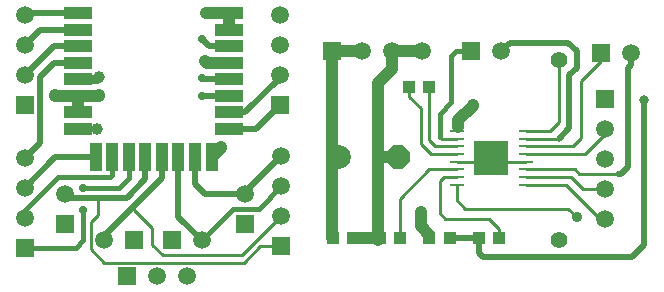
<source format=gtl>
G04 Layer_Physical_Order=1*
G04 Layer_Color=255*
%FSLAX25Y25*%
%MOIN*%
G70*
G01*
G75*
%ADD10R,0.09646X0.03937*%
%ADD11R,0.03937X0.09646*%
%ADD12R,0.04331X0.03937*%
%ADD13R,0.04724X0.00984*%
%ADD14R,0.11811X0.11811*%
%ADD15C,0.04000*%
%ADD16C,0.03000*%
%ADD17C,0.01000*%
%ADD18C,0.01500*%
%ADD19C,0.02000*%
%ADD20C,0.01969*%
%ADD21C,0.03937*%
%ADD22C,0.01575*%
%ADD23C,0.05906*%
%ADD24R,0.05906X0.05906*%
%ADD25R,0.05906X0.05906*%
%ADD26C,0.07874*%
%ADD27P,0.08523X8X202.5*%
%ADD28C,0.05512*%
%ADD29C,0.03937*%
%ADD30C,0.02756*%
%ADD31C,0.03543*%
%ADD32C,0.03150*%
D10*
X26378Y56854D02*
D03*
Y62366D02*
D03*
Y67878D02*
D03*
Y73390D02*
D03*
Y78902D02*
D03*
Y84414D02*
D03*
Y89925D02*
D03*
Y95437D02*
D03*
X76772D02*
D03*
Y89925D02*
D03*
Y84414D02*
D03*
Y78902D02*
D03*
Y73390D02*
D03*
Y67878D02*
D03*
Y62366D02*
D03*
Y56854D02*
D03*
D11*
X32284Y47406D02*
D03*
X37795D02*
D03*
X43307D02*
D03*
X48819D02*
D03*
X54331D02*
D03*
X59843D02*
D03*
X65355D02*
D03*
X70866D02*
D03*
D12*
X111221Y20472D02*
D03*
X117913D02*
D03*
X133661D02*
D03*
X126969D02*
D03*
X143504Y70866D02*
D03*
X136811D02*
D03*
X143504Y20472D02*
D03*
X150197D02*
D03*
X166732D02*
D03*
X160039D02*
D03*
D13*
X175591Y45965D02*
D03*
Y48524D02*
D03*
Y51083D02*
D03*
Y53642D02*
D03*
Y56201D02*
D03*
Y43406D02*
D03*
Y40846D02*
D03*
Y38287D02*
D03*
X152756D02*
D03*
Y40846D02*
D03*
Y43406D02*
D03*
Y56201D02*
D03*
Y53642D02*
D03*
Y51083D02*
D03*
Y48524D02*
D03*
Y45965D02*
D03*
D14*
X164173Y47244D02*
D03*
D15*
X68799Y79429D02*
X69327Y78902D01*
X76772D01*
X18701Y68012D02*
X18834Y67878D01*
X26378D01*
X33233D02*
X33465Y68110D01*
X26378Y67878D02*
X33233D01*
X70866Y47406D02*
X74075Y50614D01*
Y50788D01*
X26378Y62366D02*
Y67878D01*
X76772Y89925D02*
Y95437D01*
X68933D02*
X76772D01*
X68898Y95472D02*
X68933Y95437D01*
D16*
X32839Y73390D02*
X33465Y74016D01*
X26378Y73390D02*
X32839D01*
D17*
X81075Y14788D02*
X94075Y27788D01*
X54548Y14788D02*
X81075D01*
X87075Y17788D02*
X94075D01*
X81575Y12288D02*
X87075Y17788D01*
X35075Y12288D02*
X81575D01*
X45075Y29788D02*
X51075Y23788D01*
Y18261D02*
Y23788D01*
Y18261D02*
X54548Y14788D01*
X30575Y16788D02*
X35075Y12288D01*
X30575Y16788D02*
Y25805D01*
X33075Y28305D01*
Y33788D01*
X145374Y51083D02*
X152756D01*
X143370Y53087D02*
X145374Y51083D01*
X143996Y48524D02*
X152756D01*
X155512Y30315D02*
X189764D01*
X152756Y33071D02*
X155512Y30315D01*
X152756Y33071D02*
Y38287D01*
X166732Y20472D02*
Y23425D01*
X163386Y26772D02*
X166732Y23425D01*
X148819Y26772D02*
X163386D01*
X146850Y28740D02*
X148819Y26772D01*
X146850Y28740D02*
Y39370D01*
X148327Y40846D01*
X152756D01*
X189764Y30315D02*
X192520Y27559D01*
X175591Y53642D02*
X186713D01*
X175591Y56201D02*
X183760D01*
X186614Y59055D01*
Y77638D01*
X200236Y26929D02*
X201969D01*
X188878Y38287D02*
X200236Y26929D01*
X175591Y38287D02*
X188878D01*
X175591Y43406D02*
X192027D01*
X193465Y41969D01*
X194567Y36929D02*
X201969D01*
X190650Y40846D02*
X194567Y36929D01*
X175591Y40846D02*
X190650D01*
X165453Y45965D02*
X175591D01*
X201969Y55118D02*
Y56929D01*
X195374Y48524D02*
X201969Y55118D01*
X175591Y48524D02*
X195374D01*
X143370Y53087D02*
Y71984D01*
X140551Y51968D02*
Y63779D01*
X136811Y67520D02*
X140551Y63779D01*
X136811Y67520D02*
Y71063D01*
X140551Y51968D02*
X143996Y48524D01*
X147539Y53642D02*
X152756D01*
X146850Y54331D02*
X147539Y53642D01*
X200787Y79528D02*
Y82284D01*
X194095Y72835D02*
X200787Y79528D01*
X194095Y53839D02*
Y72835D01*
X191339Y51083D02*
X194095Y53839D01*
X175591Y51083D02*
X191339D01*
X193465Y41969D02*
X206299D01*
X133661Y33661D02*
X143405Y43406D01*
X133661Y20472D02*
Y33661D01*
X143405Y43406D02*
X152756D01*
Y45965D02*
X159744D01*
D18*
X28075Y19788D02*
Y29788D01*
X25575Y17288D02*
X28075Y19788D01*
X86575Y30288D02*
X94075Y37788D01*
X78075Y30288D02*
X86575D01*
X67575Y19788D02*
X78075Y30288D01*
X37795Y41567D02*
Y47406D01*
X37061Y40833D02*
X37795Y41567D01*
X8575Y27288D02*
Y29788D01*
X19620Y40833D01*
X37061D01*
X8575Y17288D02*
X25575D01*
X28075Y37288D02*
X40075D01*
X43307Y40520D01*
Y47406D01*
D19*
X33075Y33788D02*
X42575D01*
X23575D02*
X33075D01*
X35075Y21288D02*
X54331Y40543D01*
X82075Y35288D02*
Y35788D01*
X94075Y47788D01*
X9225Y95437D02*
X26378D01*
X13713Y89925D02*
X26378D01*
X8575Y84788D02*
X13713Y89925D01*
X18201Y84414D02*
X26378D01*
X8575Y74788D02*
X18201Y84414D01*
X67575Y86788D02*
X69949Y84414D01*
X76772D01*
X48819Y40032D02*
Y47406D01*
X65355Y38508D02*
Y47406D01*
Y38508D02*
X68575Y35288D01*
X82075D01*
X59843Y27520D02*
Y47406D01*
Y27520D02*
X67575Y19788D01*
X35075D02*
Y21288D01*
X76772Y56854D02*
X85642D01*
X93575Y64788D01*
X76772Y62366D02*
X82154D01*
X93575Y73788D01*
Y74788D01*
X67973Y73390D02*
X76772D01*
X67575Y73788D02*
X67973Y73390D01*
X67666Y67878D02*
X76772D01*
X67575Y67788D02*
X67666Y67878D01*
X18189Y78902D02*
X26378D01*
X13575Y74288D02*
X18189Y78902D01*
X13575Y52288D02*
Y74288D01*
X8575Y47288D02*
X13575Y52288D01*
X18693Y47406D02*
X32284D01*
X8575Y37288D02*
X18693Y47406D01*
X22075Y35288D02*
X23575Y33788D01*
X42575D02*
X48819Y40032D01*
X54331Y40543D02*
Y47406D01*
D20*
X150197Y20472D02*
X160039D01*
X167480Y82677D02*
X170236Y85433D01*
X189764D02*
X192520Y82677D01*
X170236Y85433D02*
X189764D01*
X190157Y57087D02*
Y74803D01*
X192520Y77165D01*
X186713Y53642D02*
X190157Y57087D01*
X192520Y77165D02*
Y82677D01*
X210787Y78110D02*
Y82284D01*
X209842Y77165D02*
X210787Y78110D01*
X209842Y44331D02*
Y77165D01*
X206299Y41969D02*
X207480D01*
X209842Y44331D01*
X160039Y15551D02*
Y20472D01*
X161395Y14195D02*
X211046D01*
X214961Y18110D01*
Y66535D01*
X160039Y15551D02*
X161395Y14195D01*
D21*
X111024Y82677D02*
X121024D01*
X131024D02*
X141024D01*
X111024Y20669D02*
Y82677D01*
X117913Y20472D02*
X125984D01*
X131024Y76693D02*
Y82677D01*
X126378Y72047D02*
X131024Y76693D01*
X126772Y47638D02*
X133071D01*
X126378Y19685D02*
Y72047D01*
X157874Y64567D02*
Y64961D01*
X153150Y59842D02*
X157874Y64567D01*
X153150Y57480D02*
Y59842D01*
X143504Y20472D02*
Y21457D01*
X140551Y24409D02*
X143504Y21457D01*
X140551Y24409D02*
Y29134D01*
D22*
X146850Y54331D02*
Y61811D01*
X150787Y65748D01*
Y81102D01*
X152362Y82677D01*
X157480D01*
D23*
X93575Y94788D02*
D03*
Y84788D02*
D03*
Y74788D02*
D03*
X94075Y47788D02*
D03*
Y37788D02*
D03*
Y27788D02*
D03*
X82075Y35288D02*
D03*
X67575Y19788D02*
D03*
X35075D02*
D03*
X52575Y7788D02*
D03*
X62575D02*
D03*
X8575Y94788D02*
D03*
Y84788D02*
D03*
Y74788D02*
D03*
Y47288D02*
D03*
Y37288D02*
D03*
Y27288D02*
D03*
X22075Y35288D02*
D03*
X201969Y26929D02*
D03*
Y36929D02*
D03*
Y46929D02*
D03*
Y56929D02*
D03*
X167480Y82677D02*
D03*
X141024D02*
D03*
X131024D02*
D03*
X121024D02*
D03*
X210787Y82284D02*
D03*
D24*
X93575Y64788D02*
D03*
X94075Y17788D02*
D03*
X82075Y25288D02*
D03*
X8575Y64788D02*
D03*
Y17288D02*
D03*
X22075Y25288D02*
D03*
X201969Y66929D02*
D03*
D25*
X57575Y19788D02*
D03*
X45075D02*
D03*
X42575Y7788D02*
D03*
X157480Y82677D02*
D03*
X111024D02*
D03*
X200787Y82284D02*
D03*
D26*
X113386Y47638D02*
D03*
D27*
X133071D02*
D03*
D28*
X186614Y20000D02*
D03*
Y80000D02*
D03*
D29*
X68799Y79429D02*
D03*
X18701Y68012D02*
D03*
X33465Y68110D02*
D03*
Y74016D02*
D03*
X74075Y50788D02*
D03*
X32575Y56788D02*
D03*
X68898Y95472D02*
D03*
X157874Y64961D02*
D03*
D30*
X67575Y86788D02*
D03*
Y67788D02*
D03*
Y73788D02*
D03*
X28075Y37288D02*
D03*
Y29788D02*
D03*
D31*
X192520Y27559D02*
D03*
D32*
X214961Y66535D02*
D03*
X140551Y29134D02*
D03*
X164567Y50000D02*
D03*
X164961Y45276D02*
D03*
M02*

</source>
